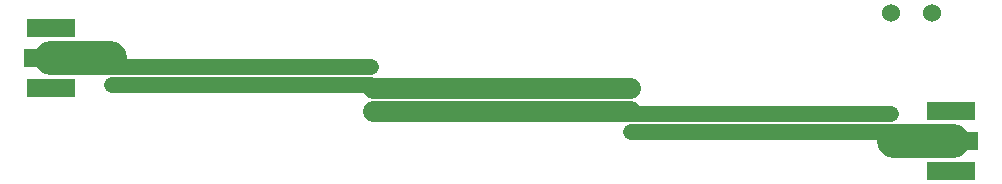
<source format=gbr>
G04 #@! TF.GenerationSoftware,KiCad,Pcbnew,5.1.2-f72e74a~84~ubuntu18.04.1*
G04 #@! TF.CreationDate,2019-12-04T16:39:43+01:00*
G04 #@! TF.ProjectId,FR4_proto3,4652345f-7072-46f7-946f-332e6b696361,rev?*
G04 #@! TF.SameCoordinates,Original*
G04 #@! TF.FileFunction,Copper,L1,Top*
G04 #@! TF.FilePolarity,Positive*
%FSLAX46Y46*%
G04 Gerber Fmt 4.6, Leading zero omitted, Abs format (unit mm)*
G04 Created by KiCad (PCBNEW 5.1.2-f72e74a~84~ubuntu18.04.1) date 2019-12-04 16:39:43*
%MOMM*%
%LPD*%
G04 APERTURE LIST*
%ADD10R,4.060000X1.520000*%
%ADD11R,4.600000X1.520000*%
%ADD12C,1.524000*%
%ADD13C,0.800000*%
%ADD14C,1.372080*%
%ADD15C,1.788110*%
%ADD16C,2.900000*%
G04 APERTURE END LIST*
D10*
X171450000Y-112380000D03*
X171450000Y-107300000D03*
D11*
X171450000Y-109840000D03*
D10*
X95250000Y-100330000D03*
X95250000Y-105410000D03*
D11*
X95250000Y-102870000D03*
D12*
X166370000Y-99060000D03*
X169870000Y-99060000D03*
D13*
X172720000Y-112530000D03*
X171450000Y-112530000D03*
X170180000Y-112530000D03*
X172720000Y-107180000D03*
X171450000Y-107180000D03*
X170180000Y-107180000D03*
X96520000Y-105410000D03*
X95250000Y-105410000D03*
X93980000Y-105410000D03*
X96520000Y-100330000D03*
X95250000Y-100330000D03*
X93980000Y-100330000D03*
D14*
X100400000Y-105150540D02*
X122381300Y-105150540D01*
D15*
X122490000Y-105360000D02*
X144270900Y-105360000D01*
X122490000Y-107339974D02*
X144270900Y-107339974D01*
D14*
X144380000Y-107546984D02*
X166361300Y-107546984D01*
X144380000Y-109070024D02*
X166361300Y-109070024D01*
D16*
X166605000Y-109837524D02*
X171605000Y-109837524D01*
D14*
X100400000Y-103627500D02*
X122381300Y-103627500D01*
D16*
X95250000Y-102870000D02*
X100250000Y-102870000D01*
M02*

</source>
